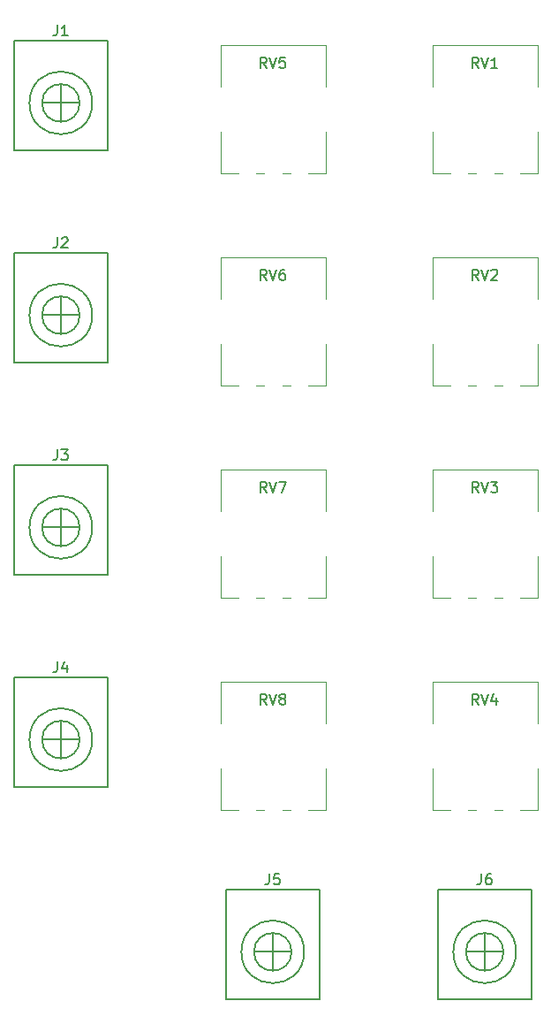
<source format=gbr>
G04 #@! TF.GenerationSoftware,KiCad,Pcbnew,(5.0.0)*
G04 #@! TF.CreationDate,2018-08-16T01:02:05+08:00*
G04 #@! TF.ProjectId,Mixer,4D697865722E6B696361645F70636200,rev?*
G04 #@! TF.SameCoordinates,Original*
G04 #@! TF.FileFunction,Legend,Top*
G04 #@! TF.FilePolarity,Positive*
%FSLAX46Y46*%
G04 Gerber Fmt 4.6, Leading zero omitted, Abs format (unit mm)*
G04 Created by KiCad (PCBNEW (5.0.0)) date 08/16/18 01:02:06*
%MOMM*%
%LPD*%
G01*
G04 APERTURE LIST*
%ADD10C,0.120000*%
%ADD11C,0.150000*%
G04 APERTURE END LIST*
D10*
G04 #@! TO.C,RV8*
X113891000Y-128660000D02*
X113891000Y-124723000D01*
X113891000Y-120356000D02*
X113891000Y-116420000D01*
X123932000Y-128660000D02*
X123932000Y-124723000D01*
X123932000Y-120356000D02*
X123932000Y-116420000D01*
X113891000Y-128660000D02*
X115541000Y-128660000D01*
X117283000Y-128660000D02*
X118042000Y-128660000D01*
X119783000Y-128660000D02*
X120542000Y-128660000D01*
X122282000Y-128660000D02*
X123932000Y-128660000D01*
X113891000Y-116420000D02*
X123932000Y-116420000D01*
G04 #@! TO.C,RV7*
X113891000Y-96100000D02*
X123932000Y-96100000D01*
X122282000Y-108340000D02*
X123932000Y-108340000D01*
X119783000Y-108340000D02*
X120542000Y-108340000D01*
X117283000Y-108340000D02*
X118042000Y-108340000D01*
X113891000Y-108340000D02*
X115541000Y-108340000D01*
X123932000Y-100036000D02*
X123932000Y-96100000D01*
X123932000Y-108340000D02*
X123932000Y-104403000D01*
X113891000Y-100036000D02*
X113891000Y-96100000D01*
X113891000Y-108340000D02*
X113891000Y-104403000D01*
G04 #@! TO.C,RV6*
X113891000Y-88020000D02*
X113891000Y-84083000D01*
X113891000Y-79716000D02*
X113891000Y-75780000D01*
X123932000Y-88020000D02*
X123932000Y-84083000D01*
X123932000Y-79716000D02*
X123932000Y-75780000D01*
X113891000Y-88020000D02*
X115541000Y-88020000D01*
X117283000Y-88020000D02*
X118042000Y-88020000D01*
X119783000Y-88020000D02*
X120542000Y-88020000D01*
X122282000Y-88020000D02*
X123932000Y-88020000D01*
X113891000Y-75780000D02*
X123932000Y-75780000D01*
G04 #@! TO.C,RV5*
X113891000Y-55460000D02*
X123932000Y-55460000D01*
X122282000Y-67700000D02*
X123932000Y-67700000D01*
X119783000Y-67700000D02*
X120542000Y-67700000D01*
X117283000Y-67700000D02*
X118042000Y-67700000D01*
X113891000Y-67700000D02*
X115541000Y-67700000D01*
X123932000Y-59396000D02*
X123932000Y-55460000D01*
X123932000Y-67700000D02*
X123932000Y-63763000D01*
X113891000Y-59396000D02*
X113891000Y-55460000D01*
X113891000Y-67700000D02*
X113891000Y-63763000D01*
G04 #@! TO.C,RV4*
X134211000Y-128660000D02*
X134211000Y-124723000D01*
X134211000Y-120356000D02*
X134211000Y-116420000D01*
X144252000Y-128660000D02*
X144252000Y-124723000D01*
X144252000Y-120356000D02*
X144252000Y-116420000D01*
X134211000Y-128660000D02*
X135861000Y-128660000D01*
X137603000Y-128660000D02*
X138362000Y-128660000D01*
X140103000Y-128660000D02*
X140862000Y-128660000D01*
X142602000Y-128660000D02*
X144252000Y-128660000D01*
X134211000Y-116420000D02*
X144252000Y-116420000D01*
G04 #@! TO.C,RV3*
X134211000Y-96100000D02*
X144252000Y-96100000D01*
X142602000Y-108340000D02*
X144252000Y-108340000D01*
X140103000Y-108340000D02*
X140862000Y-108340000D01*
X137603000Y-108340000D02*
X138362000Y-108340000D01*
X134211000Y-108340000D02*
X135861000Y-108340000D01*
X144252000Y-100036000D02*
X144252000Y-96100000D01*
X144252000Y-108340000D02*
X144252000Y-104403000D01*
X134211000Y-100036000D02*
X134211000Y-96100000D01*
X134211000Y-108340000D02*
X134211000Y-104403000D01*
G04 #@! TO.C,RV1*
X134211000Y-67700000D02*
X134211000Y-63763000D01*
X134211000Y-59396000D02*
X134211000Y-55460000D01*
X144252000Y-67700000D02*
X144252000Y-63763000D01*
X144252000Y-59396000D02*
X144252000Y-55460000D01*
X134211000Y-67700000D02*
X135861000Y-67700000D01*
X137603000Y-67700000D02*
X138362000Y-67700000D01*
X140103000Y-67700000D02*
X140862000Y-67700000D01*
X142602000Y-67700000D02*
X144252000Y-67700000D01*
X134211000Y-55460000D02*
X144252000Y-55460000D01*
G04 #@! TO.C,RV2*
X134211000Y-75780000D02*
X144252000Y-75780000D01*
X142602000Y-88020000D02*
X144252000Y-88020000D01*
X140103000Y-88020000D02*
X140862000Y-88020000D01*
X137603000Y-88020000D02*
X138362000Y-88020000D01*
X134211000Y-88020000D02*
X135861000Y-88020000D01*
X144252000Y-79716000D02*
X144252000Y-75780000D01*
X144252000Y-88020000D02*
X144252000Y-84083000D01*
X134211000Y-79716000D02*
X134211000Y-75780000D01*
X134211000Y-88020000D02*
X134211000Y-84083000D01*
D11*
G04 #@! TO.C,J4*
X100352000Y-121920000D02*
G75*
G03X100352000Y-121920000I-1800000J0D01*
G01*
X101558659Y-121920000D02*
G75*
G03X101558659Y-121920000I-3006659J0D01*
G01*
X94052000Y-115920000D02*
X94052000Y-126420000D01*
X103052000Y-115920000D02*
X94052000Y-115920000D01*
X103052000Y-126420000D02*
X103052000Y-115920000D01*
X94052000Y-126420000D02*
X103052000Y-126420000D01*
X98552000Y-120120000D02*
X98552000Y-123720000D01*
X100352000Y-121920000D02*
X96752000Y-121920000D01*
G04 #@! TO.C,J1*
X100352000Y-60960000D02*
X96752000Y-60960000D01*
X98552000Y-59160000D02*
X98552000Y-62760000D01*
X94052000Y-65460000D02*
X103052000Y-65460000D01*
X103052000Y-65460000D02*
X103052000Y-54960000D01*
X103052000Y-54960000D02*
X94052000Y-54960000D01*
X94052000Y-54960000D02*
X94052000Y-65460000D01*
X101558659Y-60960000D02*
G75*
G03X101558659Y-60960000I-3006659J0D01*
G01*
X100352000Y-60960000D02*
G75*
G03X100352000Y-60960000I-1800000J0D01*
G01*
G04 #@! TO.C,J2*
X100352000Y-81280000D02*
G75*
G03X100352000Y-81280000I-1800000J0D01*
G01*
X101558659Y-81280000D02*
G75*
G03X101558659Y-81280000I-3006659J0D01*
G01*
X94052000Y-75280000D02*
X94052000Y-85780000D01*
X103052000Y-75280000D02*
X94052000Y-75280000D01*
X103052000Y-85780000D02*
X103052000Y-75280000D01*
X94052000Y-85780000D02*
X103052000Y-85780000D01*
X98552000Y-79480000D02*
X98552000Y-83080000D01*
X100352000Y-81280000D02*
X96752000Y-81280000D01*
G04 #@! TO.C,J6*
X140992000Y-142240000D02*
X137392000Y-142240000D01*
X139192000Y-140440000D02*
X139192000Y-144040000D01*
X134692000Y-146740000D02*
X143692000Y-146740000D01*
X143692000Y-146740000D02*
X143692000Y-136240000D01*
X143692000Y-136240000D02*
X134692000Y-136240000D01*
X134692000Y-136240000D02*
X134692000Y-146740000D01*
X142198659Y-142240000D02*
G75*
G03X142198659Y-142240000I-3006659J0D01*
G01*
X140992000Y-142240000D02*
G75*
G03X140992000Y-142240000I-1800000J0D01*
G01*
G04 #@! TO.C,J5*
X120672000Y-142240000D02*
G75*
G03X120672000Y-142240000I-1800000J0D01*
G01*
X121878659Y-142240000D02*
G75*
G03X121878659Y-142240000I-3006659J0D01*
G01*
X114372000Y-136240000D02*
X114372000Y-146740000D01*
X123372000Y-136240000D02*
X114372000Y-136240000D01*
X123372000Y-146740000D02*
X123372000Y-136240000D01*
X114372000Y-146740000D02*
X123372000Y-146740000D01*
X118872000Y-140440000D02*
X118872000Y-144040000D01*
X120672000Y-142240000D02*
X117072000Y-142240000D01*
G04 #@! TO.C,J3*
X100352000Y-101600000D02*
X96752000Y-101600000D01*
X98552000Y-99800000D02*
X98552000Y-103400000D01*
X94052000Y-106100000D02*
X103052000Y-106100000D01*
X103052000Y-106100000D02*
X103052000Y-95600000D01*
X103052000Y-95600000D02*
X94052000Y-95600000D01*
X94052000Y-95600000D02*
X94052000Y-106100000D01*
X101558659Y-101600000D02*
G75*
G03X101558659Y-101600000I-3006659J0D01*
G01*
X100352000Y-101600000D02*
G75*
G03X100352000Y-101600000I-1800000J0D01*
G01*
G04 #@! TO.C,RV8*
X118276761Y-118562380D02*
X117943428Y-118086190D01*
X117705333Y-118562380D02*
X117705333Y-117562380D01*
X118086285Y-117562380D01*
X118181523Y-117610000D01*
X118229142Y-117657619D01*
X118276761Y-117752857D01*
X118276761Y-117895714D01*
X118229142Y-117990952D01*
X118181523Y-118038571D01*
X118086285Y-118086190D01*
X117705333Y-118086190D01*
X118562476Y-117562380D02*
X118895809Y-118562380D01*
X119229142Y-117562380D01*
X119705333Y-117990952D02*
X119610095Y-117943333D01*
X119562476Y-117895714D01*
X119514857Y-117800476D01*
X119514857Y-117752857D01*
X119562476Y-117657619D01*
X119610095Y-117610000D01*
X119705333Y-117562380D01*
X119895809Y-117562380D01*
X119991047Y-117610000D01*
X120038666Y-117657619D01*
X120086285Y-117752857D01*
X120086285Y-117800476D01*
X120038666Y-117895714D01*
X119991047Y-117943333D01*
X119895809Y-117990952D01*
X119705333Y-117990952D01*
X119610095Y-118038571D01*
X119562476Y-118086190D01*
X119514857Y-118181428D01*
X119514857Y-118371904D01*
X119562476Y-118467142D01*
X119610095Y-118514761D01*
X119705333Y-118562380D01*
X119895809Y-118562380D01*
X119991047Y-118514761D01*
X120038666Y-118467142D01*
X120086285Y-118371904D01*
X120086285Y-118181428D01*
X120038666Y-118086190D01*
X119991047Y-118038571D01*
X119895809Y-117990952D01*
G04 #@! TO.C,RV7*
X118276761Y-98242380D02*
X117943428Y-97766190D01*
X117705333Y-98242380D02*
X117705333Y-97242380D01*
X118086285Y-97242380D01*
X118181523Y-97290000D01*
X118229142Y-97337619D01*
X118276761Y-97432857D01*
X118276761Y-97575714D01*
X118229142Y-97670952D01*
X118181523Y-97718571D01*
X118086285Y-97766190D01*
X117705333Y-97766190D01*
X118562476Y-97242380D02*
X118895809Y-98242380D01*
X119229142Y-97242380D01*
X119467238Y-97242380D02*
X120133904Y-97242380D01*
X119705333Y-98242380D01*
G04 #@! TO.C,RV6*
X118276761Y-77922380D02*
X117943428Y-77446190D01*
X117705333Y-77922380D02*
X117705333Y-76922380D01*
X118086285Y-76922380D01*
X118181523Y-76970000D01*
X118229142Y-77017619D01*
X118276761Y-77112857D01*
X118276761Y-77255714D01*
X118229142Y-77350952D01*
X118181523Y-77398571D01*
X118086285Y-77446190D01*
X117705333Y-77446190D01*
X118562476Y-76922380D02*
X118895809Y-77922380D01*
X119229142Y-76922380D01*
X119991047Y-76922380D02*
X119800571Y-76922380D01*
X119705333Y-76970000D01*
X119657714Y-77017619D01*
X119562476Y-77160476D01*
X119514857Y-77350952D01*
X119514857Y-77731904D01*
X119562476Y-77827142D01*
X119610095Y-77874761D01*
X119705333Y-77922380D01*
X119895809Y-77922380D01*
X119991047Y-77874761D01*
X120038666Y-77827142D01*
X120086285Y-77731904D01*
X120086285Y-77493809D01*
X120038666Y-77398571D01*
X119991047Y-77350952D01*
X119895809Y-77303333D01*
X119705333Y-77303333D01*
X119610095Y-77350952D01*
X119562476Y-77398571D01*
X119514857Y-77493809D01*
G04 #@! TO.C,RV5*
X118276761Y-57602380D02*
X117943428Y-57126190D01*
X117705333Y-57602380D02*
X117705333Y-56602380D01*
X118086285Y-56602380D01*
X118181523Y-56650000D01*
X118229142Y-56697619D01*
X118276761Y-56792857D01*
X118276761Y-56935714D01*
X118229142Y-57030952D01*
X118181523Y-57078571D01*
X118086285Y-57126190D01*
X117705333Y-57126190D01*
X118562476Y-56602380D02*
X118895809Y-57602380D01*
X119229142Y-56602380D01*
X120038666Y-56602380D02*
X119562476Y-56602380D01*
X119514857Y-57078571D01*
X119562476Y-57030952D01*
X119657714Y-56983333D01*
X119895809Y-56983333D01*
X119991047Y-57030952D01*
X120038666Y-57078571D01*
X120086285Y-57173809D01*
X120086285Y-57411904D01*
X120038666Y-57507142D01*
X119991047Y-57554761D01*
X119895809Y-57602380D01*
X119657714Y-57602380D01*
X119562476Y-57554761D01*
X119514857Y-57507142D01*
G04 #@! TO.C,RV4*
X138596761Y-118562380D02*
X138263428Y-118086190D01*
X138025333Y-118562380D02*
X138025333Y-117562380D01*
X138406285Y-117562380D01*
X138501523Y-117610000D01*
X138549142Y-117657619D01*
X138596761Y-117752857D01*
X138596761Y-117895714D01*
X138549142Y-117990952D01*
X138501523Y-118038571D01*
X138406285Y-118086190D01*
X138025333Y-118086190D01*
X138882476Y-117562380D02*
X139215809Y-118562380D01*
X139549142Y-117562380D01*
X140311047Y-117895714D02*
X140311047Y-118562380D01*
X140072952Y-117514761D02*
X139834857Y-118229047D01*
X140453904Y-118229047D01*
G04 #@! TO.C,RV3*
X138596761Y-98242380D02*
X138263428Y-97766190D01*
X138025333Y-98242380D02*
X138025333Y-97242380D01*
X138406285Y-97242380D01*
X138501523Y-97290000D01*
X138549142Y-97337619D01*
X138596761Y-97432857D01*
X138596761Y-97575714D01*
X138549142Y-97670952D01*
X138501523Y-97718571D01*
X138406285Y-97766190D01*
X138025333Y-97766190D01*
X138882476Y-97242380D02*
X139215809Y-98242380D01*
X139549142Y-97242380D01*
X139787238Y-97242380D02*
X140406285Y-97242380D01*
X140072952Y-97623333D01*
X140215809Y-97623333D01*
X140311047Y-97670952D01*
X140358666Y-97718571D01*
X140406285Y-97813809D01*
X140406285Y-98051904D01*
X140358666Y-98147142D01*
X140311047Y-98194761D01*
X140215809Y-98242380D01*
X139930095Y-98242380D01*
X139834857Y-98194761D01*
X139787238Y-98147142D01*
G04 #@! TO.C,RV1*
X138596761Y-57602380D02*
X138263428Y-57126190D01*
X138025333Y-57602380D02*
X138025333Y-56602380D01*
X138406285Y-56602380D01*
X138501523Y-56650000D01*
X138549142Y-56697619D01*
X138596761Y-56792857D01*
X138596761Y-56935714D01*
X138549142Y-57030952D01*
X138501523Y-57078571D01*
X138406285Y-57126190D01*
X138025333Y-57126190D01*
X138882476Y-56602380D02*
X139215809Y-57602380D01*
X139549142Y-56602380D01*
X140406285Y-57602380D02*
X139834857Y-57602380D01*
X140120571Y-57602380D02*
X140120571Y-56602380D01*
X140025333Y-56745238D01*
X139930095Y-56840476D01*
X139834857Y-56888095D01*
G04 #@! TO.C,RV2*
X138596761Y-77922380D02*
X138263428Y-77446190D01*
X138025333Y-77922380D02*
X138025333Y-76922380D01*
X138406285Y-76922380D01*
X138501523Y-76970000D01*
X138549142Y-77017619D01*
X138596761Y-77112857D01*
X138596761Y-77255714D01*
X138549142Y-77350952D01*
X138501523Y-77398571D01*
X138406285Y-77446190D01*
X138025333Y-77446190D01*
X138882476Y-76922380D02*
X139215809Y-77922380D01*
X139549142Y-76922380D01*
X139834857Y-77017619D02*
X139882476Y-76970000D01*
X139977714Y-76922380D01*
X140215809Y-76922380D01*
X140311047Y-76970000D01*
X140358666Y-77017619D01*
X140406285Y-77112857D01*
X140406285Y-77208095D01*
X140358666Y-77350952D01*
X139787238Y-77922380D01*
X140406285Y-77922380D01*
G04 #@! TO.C,J4*
X98218666Y-114472380D02*
X98218666Y-115186666D01*
X98171047Y-115329523D01*
X98075809Y-115424761D01*
X97932952Y-115472380D01*
X97837714Y-115472380D01*
X99123428Y-114805714D02*
X99123428Y-115472380D01*
X98885333Y-114424761D02*
X98647238Y-115139047D01*
X99266285Y-115139047D01*
G04 #@! TO.C,J1*
X98218666Y-53512380D02*
X98218666Y-54226666D01*
X98171047Y-54369523D01*
X98075809Y-54464761D01*
X97932952Y-54512380D01*
X97837714Y-54512380D01*
X99218666Y-54512380D02*
X98647238Y-54512380D01*
X98932952Y-54512380D02*
X98932952Y-53512380D01*
X98837714Y-53655238D01*
X98742476Y-53750476D01*
X98647238Y-53798095D01*
G04 #@! TO.C,J2*
X98218666Y-73832380D02*
X98218666Y-74546666D01*
X98171047Y-74689523D01*
X98075809Y-74784761D01*
X97932952Y-74832380D01*
X97837714Y-74832380D01*
X98647238Y-73927619D02*
X98694857Y-73880000D01*
X98790095Y-73832380D01*
X99028190Y-73832380D01*
X99123428Y-73880000D01*
X99171047Y-73927619D01*
X99218666Y-74022857D01*
X99218666Y-74118095D01*
X99171047Y-74260952D01*
X98599619Y-74832380D01*
X99218666Y-74832380D01*
G04 #@! TO.C,J6*
X138858666Y-134792380D02*
X138858666Y-135506666D01*
X138811047Y-135649523D01*
X138715809Y-135744761D01*
X138572952Y-135792380D01*
X138477714Y-135792380D01*
X139763428Y-134792380D02*
X139572952Y-134792380D01*
X139477714Y-134840000D01*
X139430095Y-134887619D01*
X139334857Y-135030476D01*
X139287238Y-135220952D01*
X139287238Y-135601904D01*
X139334857Y-135697142D01*
X139382476Y-135744761D01*
X139477714Y-135792380D01*
X139668190Y-135792380D01*
X139763428Y-135744761D01*
X139811047Y-135697142D01*
X139858666Y-135601904D01*
X139858666Y-135363809D01*
X139811047Y-135268571D01*
X139763428Y-135220952D01*
X139668190Y-135173333D01*
X139477714Y-135173333D01*
X139382476Y-135220952D01*
X139334857Y-135268571D01*
X139287238Y-135363809D01*
G04 #@! TO.C,J5*
X118538666Y-134792380D02*
X118538666Y-135506666D01*
X118491047Y-135649523D01*
X118395809Y-135744761D01*
X118252952Y-135792380D01*
X118157714Y-135792380D01*
X119491047Y-134792380D02*
X119014857Y-134792380D01*
X118967238Y-135268571D01*
X119014857Y-135220952D01*
X119110095Y-135173333D01*
X119348190Y-135173333D01*
X119443428Y-135220952D01*
X119491047Y-135268571D01*
X119538666Y-135363809D01*
X119538666Y-135601904D01*
X119491047Y-135697142D01*
X119443428Y-135744761D01*
X119348190Y-135792380D01*
X119110095Y-135792380D01*
X119014857Y-135744761D01*
X118967238Y-135697142D01*
G04 #@! TO.C,J3*
X98218666Y-94152380D02*
X98218666Y-94866666D01*
X98171047Y-95009523D01*
X98075809Y-95104761D01*
X97932952Y-95152380D01*
X97837714Y-95152380D01*
X98599619Y-94152380D02*
X99218666Y-94152380D01*
X98885333Y-94533333D01*
X99028190Y-94533333D01*
X99123428Y-94580952D01*
X99171047Y-94628571D01*
X99218666Y-94723809D01*
X99218666Y-94961904D01*
X99171047Y-95057142D01*
X99123428Y-95104761D01*
X99028190Y-95152380D01*
X98742476Y-95152380D01*
X98647238Y-95104761D01*
X98599619Y-95057142D01*
G04 #@! TD*
M02*

</source>
